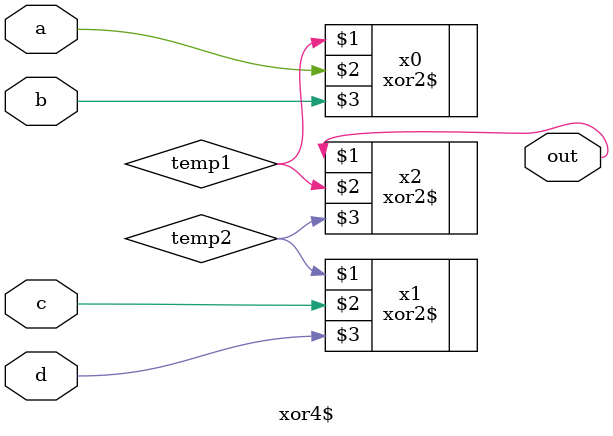
<source format=v>
module ALU_top(
    output[63:0] ALU_OUT,
    output[63:0] ALU_OUT_2,
    output swapCXC,
    output cf_out, pf_out, af_out, zf_out, sf_out, of_out, df_out,
    output cc_inval,
    input [63:0] OP1,
    input [63:0] OP2,
    input [63:0] OP3,

    input [31:0] OP1_ORIG,
    input [4:0] aluk,
    input [2:0] MUX_ADDER_IMM,
    input MUX_AND_INT,
    input MUX_SHF,
    input CMPXCHNG_P_OP,
    input BSF_P_OP,
    input STD_P_OP,
    input SAR_P_OP,
    input SAL_P_OP,

    input [1:0] size,
    //input EFLAGS
    input  af, cf, of, zf,
    input[15:0] CS,
    input[31:0] EIP
);
//CCGEN
wire zf_base; wire penc_zf;
wire cmpxchng_zf;
// assign pf_out = ALU_OUT[0];
xor4$ par0(pfx0,ALU_OUT[0],ALU_OUT[1],ALU_OUT[2],ALU_OUT[3] );
xor4$ par1(pfx1,ALU_OUT[4],ALU_OUT[5],ALU_OUT[6],ALU_OUT[7] );
xnor2$ par2(pf_out, pfx0, pfx1);
mux4$ m10(sf_out, ALU_OUT[7], ALU_OUT[15], ALU_OUT[31], ALU_OUT[63], size[0], size[1]);
orn #(64) o10 (ALU_OUT[63:0], zf_basex);
inv1$ o125(zf_base, zf_basex);
mux3$ z1(zf_out, zf_base, penc_zf, cmpxchng_zf, BSF_P_OP, CMPXCHNG_P_OP);
assign df_out = STD_P_OP;

assign ALU_OUT_2 = OP2;
//WHYHYYHY
//doflags
//aluk = 00000
wire[63:0] and_out;
wire and_of, and_cf, and_af;
assign and_of = 1'b0; assign and_cf = 1'b0; assign and_af = 1'b0;
AND_alu a1(and_out, OP1,OP2,MUX_AND_INT);

//do flags
//aluk = 00001
wire[63:0] add_out;
wire add_cf, add_of, add_af;
ADD_alu a2(add_out, add_af, add_cf, add_of, OP1, OP2, MUX_ADDER_IMM);

//do flags
//aluk = 00010
wire[63:0] penc_out;

wire penc_invalid;
wire penc_cf, penc_of, penc_af;
assign penc_cf = 0; assign penc_of = 0; assign penc_af = 0;
PENC_alu p1(penc_out, penc_zf, penc_invalid, OP1);

//aluk = 00011
wire movB_cf, movB_of, movB_af;
assign movB_cf = 0; assign movB_of = 0; assign movB_af = 0;
wire[63:0] passB;
assign passB = OP2;

//aluk = 00100
wire movA_cf, movA_of, movA_af;
assign movA_cf = 0; assign movA_of = 0; assign movA_af = 0;
wire[63:0] passA;
assign passA = OP1;

//aluk = 00101
wire cld_cf, cld_of, cld_af;
assign cld_cf = 0; assign cld_of = 0; assign cld_af = 0;
wire[63:0] pass0;
wire cld_df;
assign cld_df = 1;
assign pass0 = 64'd0;

//aluk = 00110
wire std_cf, std_of, std_af;
assign std_cf = 0; assign std_of = 0; assign std_af = 0;
wire[63:0] pass1;
wire std_df;
assign std_df = 1;
assign pass1 = 64'd1;

//do flags
//aluk = 00111
wire[63:0] cmpxchng_out;
 wire cmpxchng_af;wire cmpxchng_cf;wire cmpxchng_of;
CMPXCHNG_alu a3(cmpxchng_out, swapCXC, cmpxchng_af, cmpxchng_cf, cmpxchng_of,  cmpxchng_zf, OP1, OP2, OP3,OP1_ORIG, CMPXCHNG_P_OP);

//do parity
//aluk = 01000
wire[63:0] daa_out;
wire daa_cf;
wire daa_af;
wire daa_of; assign daa_of = 0;
DAA_alu d1(daa_out, daa_af, daa_cf, OP1, af, cf );

 //NOTA_alu
//aluk = 01001
wire not_af; assign not_af = 0;
wire not_cf; assign not_cf = 0;
wire not_of; assign not_of = 0;
wire [63:0] notA_out;
inv_n #(64) i1(notA_out, OP1);

//do flags
//aluk = 01010
wire or_af; assign or_af = 0;
wire or_cf; assign or_cf = 0;
wire or_of; assign or_of = 0;

wire[63:0] or_out;
OR_alu o1(or_out,  OP1, OP2);

//aluk = 01011
wire[63:0] paddw_out; 
PADDW_alu p2(paddw_out, OP1, OP2);

//aluk = 01100
wire[63:0] paddd_out; 
PADDD_alu p3(paddd_out, OP1, OP2);

//aluk = 01101
wire[63:0] packsswb_out;
PACKSSWB_alu p4(packsswb_out, OP1, OP2);

//aluk = 01110
wire[63:0] packssdw_out;
PACKSSDW_alu p5(packssdw_out, OP1, OP2);

//aluk = 01111
wire[63:0] punpckhbw_out;
PUNPCKHBW_alu p6 (punpckhbw_out, OP1, OP2);

//aluk = 10000
wire[63:0] punpckhw_out;
PUNPCKHW_alu p7 (punpckhw_out, OP1, OP2);

//do flags
//aluk = 10001
wire[63:0] sar_out;
wire sar_af; 
wire sar_cf; 
wire sar_of; 
wire sar_cc_val;
SAR_alu s1(sar_out,sar_af, sar_cf, sar_of, sar_cc_val, OP1, OP2, MUX_SHF, of);

//do flags
//aluk = 10010
wire[63:0] sal_out;
wire sal_af; 
wire sal_cf; 
wire sal_of; 
wire sal_cc_val;
SAL_alu s2(sal_out,sal_af, sal_cf, sal_of, sal_cc_val, OP1, OP2, MUX_SHF, of);
nand2$ o11(cc_val, sar_cc_val,SAR_P_OP );
nand2$ o12(isSHF,sal_cc_val , SAL_P_OP);
nand2$ a12(cc_inval, cc_val, isSHF);

//aluk = 10011
wire[63:0] cmovc_out;
mux2n #(64) mxCMC(cmovc_out, OP1, OP2, cf);

wire [63:0] ptr_out;


wire[31:0] alukOH;
decodern #(5) d2(aluk, alukOH); 

wire[1279:0] aluRes;
assign aluRes = {cmovc_out, sal_out, sar_out, punpckhw_out, punpckhbw_out,packssdw_out, packsswb_out, paddd_out, paddw_out, or_out,notA_out, daa_out, cmpxchng_out, pass1, pass0, passA, passB, penc_out,add_out,and_out};
muxnm_tristate #(32,64) t1(aluRes, alukOH, ALU_OUT);


wire [31:0] af_sel;
assign af_sel = {13'd0, sal_af, sar_af, 1'b0, 1'b0, 1'b0, 1'b0, 1'b0, 1'b0, or_af, not_af, daa_af, cmpxchng_af, std_af, cld_af, movA_af, movB_af, penc_af, add_af, and_af};

wire [31:0] cf_sel;
assign cf_sel = {13'd0, sal_cf, sar_cf, 1'b0, 1'b0, 1'b0, 1'b0, 1'b0, 1'b0, or_cf, not_cf, daa_cf, cmpxchng_cf, std_cf, cld_cf, movA_cf, movB_cf, penc_cf, add_cf, and_cf};

wire [31:0] of_sel;
assign of_sel = {13'd0, sal_of, sar_of, 1'b0, 1'b0, 1'b0, 1'b0, 1'b0, 1'b0, or_of, not_of, daa_of, cmpxchng_of, std_of, cld_of, movA_of, movB_of, penc_of, add_of, and_of};

muxnm_tristate #(32,1) t2(af_sel, alukOH, af_out);
muxnm_tristate #(32,1) t3(cf_sel, alukOH, cf_out);
muxnm_tristate #(32,1) t4(of_sel, alukOH, of_out);

endmodule



///////////////////////////////////////////////////////////

module SAL_alu(
    output [63:0] SAL_out,
    output sal_af,
    output sal_cf,
    output sal_of,
    output cc_val,
    input [63:0] OP1, OP2, 
    input MUX_SHF,
    input of
);
wire[31:0] shiftCnt, shiftCntN;
wire[31:0] inpCap;
//assign inpCap[31:8] = 24'h0000_00;
//assign inpCap[7:0] = OP2[7:0];
decodern #(5) d1(OP2[4:0], inpCap);
mux2n #(32) m1 (shiftCnt, inpCap, 32'd2, MUX_SHF);
wire[31:0] shf_out;
lshfn_variable #(32)  r1(OP1[31:0], shiftCnt, 1'b0, shf_out);
assign SAL_out[63:32] = 32'd0;

wire overSHF;
genvar i;

equaln #(5) e1(shiftCnt[4:0], 5'b00010, of_sel);




//genCF

inv_n #(32) iv(shiftCntN, shiftCnt);
muxnm_tristate #(32, 1) mx3({1'b0,OP1[30:0]}, shiftCntN, SAR_cf_nOF);
mux2$ mx4(sal_cf, SAR_cf_nOF, OP1[31], overSHF);

or3$ o1(overSHF, OP2[6], OP2[7], OP2[5]);
mux2$ mx1(sal_of, of, OP1[31], of_sel);
assign sal_af = 0;
//TODO: check here
mux2n #(32) mx(SAL_out[31:0], shf_out, 32'd0 ,overSHF);
equaln #(32) mx5(32'd0, shiftCnt, cc_val);

endmodule


///////////////////////////////////////////////////////////

module SAR_alu(
    output [63:0] SAR_out,
    output sar_af,
    output sar_cf,
    output sar_of,
    output cc_val,
    input [63:0] OP1, OP2, 
    input MUX_SHF,
    input of
);
wire[31:0] shiftCnt;
wire[31:0] inpCap;
//assign inpCap[31:8] = 24'h0000_00;
//assign inpCap[7:0] = OP2[7:0];
decodern #(5) d1(OP2[4:0], inpCap);
mux2n #(32) m1 (shiftCnt, inpCap, 32'd2, MUX_SHF);
wire[31:0] shf_out;
rshfn_variable #(32)  r1(OP1[31:0], shiftCnt, OP1[31], shf_out);
assign SAR_out[63:32] = 32'd0;

wire overSHF;
or3$ o1(overSHF, OP2[6], OP2[7], OP2[5]);
equaln #(5) e1(shiftCnt[4:0], 5'b00010, of_sel);

mux4n #(32) mx(SAR_out[31:0], shf_out, 32'd0 ,shf_out ,32'hFFFF_FFFF ,overSHF, OP1[31]);

//genCF
muxnm_tristate #(32, 1) mx1({OP1[30:0],1'b0}, shiftCnt, SAR_cf_nOF);
mux2$ mx2(sar_cf, SAR_cf_nOF, OP1[31], overSHF);

or3$ o2(overSHF, OP2[6], OP2[7], OP2[5]);
mux2$ mx3(sar_of,OP1[0],of, of_sel);

assign sar_af = 0;
equaln #(32) eq1(32'd0, shiftCnt, cc_val);
endmodule

///////////////////////////////////////////////////////////

module PUNPCKHW_alu(
    output [63:0] punpckhw_out,
    input [63:0] OP1, OP2
);
    assign punpckhw_out[15:0] =  OP1[47:32];
    assign punpckhw_out[31:16] = OP2[47:32];
    assign punpckhw_out[47:32] = OP1[63:48];
    assign punpckhw_out[63:48] = OP2[63:48];
    
endmodule

///////////////////////////////////////////////////////////

module PUNPCKHBW_alu(
    output [63:0] punpckhbw_out,
    input [63:0] OP1, OP2
);
    assign punpckhbw_out[7:0] = OP1[39:32];
    assign punpckhbw_out[15:8] = OP2[39:32];
    assign punpckhbw_out[23:16] = OP1[47:40];
    assign punpckhbw_out[31:24] = OP2[47:40];
    assign punpckhbw_out[39:32] = OP1[55:48];
    assign punpckhbw_out[47:40] = OP2[55:48];
    assign punpckhbw_out[55:48] = OP1[63:56];
    assign punpckhbw_out[63:56] = OP2[63:56];
endmodule

///////////////////////////////////////////////////////////

module PACKSSDW_alu(
    output [63:0] packssdw_out,
    input [63:0] OP1, OP2
);
    genvar i;
    wire[7:0] cout;
    generate 
        for(i = 0; i < 2; i = i + 1) begin : iterate
            satAdder #(16) a(packssdw_out[16*i+15:16*i],cout[i], OP1[32*i+31:32*i+16], OP1[32*i+15:32*i], 1'b0 );
            satAdder #(16) b(packssdw_out[16*i+15+32:16*i+32],cout[i+4], OP2[32*i+31:32*i+16], OP2[32*i+15:32*i], 1'b0 );
        end
    endgenerate
endmodule

///////////////////////////////////////////////////////////

module PACKSSWB_alu(
    output [63:0] packsswb_out,
    input [63:0] OP1, OP2
);
    genvar i;
    wire[7:0] cout;
    generate 
        for(i = 0; i < 4; i = i + 1) begin : iterate
            satAdder #(8) a(packsswb_out[8*i+7:8*i],cout[i], OP1[16*i+15:16*i+8], OP1[16*i+7:16*i], 1'b0 );
            satAdder #(8) b(packsswb_out[8*i+7+32:8*i+32],cout[i+4], OP2[16*i+15:16*i+8], OP2[16*i+7:16*i], 1'b0 );
        end
    endgenerate
endmodule

///////////////////////////////////////////////////////////

module PADDD_alu(
    output [63:0] paddd_out,
    input [63:0] OP1, OP2
);
    genvar i;
    wire[3:0] cout;
    generate 
        for(i = 0; i < 2; i = i + 1) begin : iterate
            kogeAdder #(32) a(paddd_out[32*i+31:32*i],cout[i], OP1[32*i+31:32*i], OP2[32*i+31:32*i], 1'b0 );
        end
    endgenerate
endmodule

///////////////////////////////////////////////////////////

module PADDW_alu(
    output [63:0] paddw_out,
    input [63:0] OP1, OP2
);
    genvar i;
    wire[3:0] cout;
    generate 
        for(i = 0; i < 4; i = i + 1) begin : iterate
            kogeAdder #(16) a(paddw_out[16*i+15:16*i],cout[i], OP1[16*i+15:16*i], OP2[16*i+15:16*i], 1'b0 );
        end
    endgenerate
endmodule

///////////////////////////////////////////////////////////

module OR_alu(
    output[63:0] or_out,
    
    input [63:0] OP1, OP2
);
 genvar i;
 generate
    for(i = 0; i < 64; i = i + 1) begin : ord
        or2$ o1(or_out[i], OP1[i], OP2[i]);
    end
 endgenerate

endmodule


////////////////////////////////////////////////////////////

module DAA_alu(
    output [63:0] daa_out,
    output daa_af, daa_cf,
    input [63:0] OP1,
    input af, cf
);

//Perform AL&x0F > 9
or3$ o1(grt9, OP1[0], OP1[1], OP1[2]);
and2$ a1(isGreat, grt9, OP1[3]);
or2$ o2(daa_af, af, isGreat);

//Handle fist if satement
wire[7:0] inc6;
wire cout6;
kogeAdder #(8) k1(inc6, cout6, OP1[7:0], 8'd6, 1'b0);
wire[7:0] newAL;
mux2n #(8) m1(newAL, OP1[7:0], inc6, daa_af);

//Handle second if statement
wire AGB, BGA, cout60;
wire[7:0] inc60;
mag_comp8$ m2(newAL, 8'h99, AGB, BGA);
kogeAdder #(8) k2(inc60, cout60, newAL, 8'h60, 1'b0);
or2$ o3(mux2, cf, AGB);

mux2n #(8) m3(daa_out[7:0], newAL, inc60, mux2);
assign daa_out[63:8] = 56'd0;

//compute CF
and2$ a4(cf_firstIF, daa_af, cout6);
or2$ o4 (daa_cf, cf, mux2 );

endmodule


/////////////////////////////////////////////////////////////////////////////

module CMPXCHNG_alu(
    output[63:0] cmpxchng_out,
    output swap,
    output cmpxchng_af,
    output cmpxchng_cf,
    output cmpxchng_of,
    output cmpxchng_zf,
    input [63:0] OP1, OP2, OP3,
    input [31:0] op1_orig,
    input cmpxchng_p_op

);
 
    wire isCMPXCHNG;
    wire op1_EQ_op3;
    equaln #(32) e1(OP1[31:0], OP3[31:0], op1_EQ_op3);
    // wire[4:0] alukProper;
       assign cmpxchng_zf = op1_EQ_op3;
    // inv_n #(2) in1(alukProper[4:3], aluk[4:3]);
    // assign alukProper[2:0] = aluk[2:0];
    
    wire[31:0] mux1_out;
    mux2n #(32) m1(mux1_out, 32'd0, op1_orig, op1_EQ_op3);
   
   and2$ andx(swap, op1_EQ_op3, cmpxchng_p_op);
   
    // mux2n #(32) m2(/*op1_dest*/, op1_orig, mux1_out, cmpxchng_p_op);   
    mux2n #(64) m3(cmpxchng_out, OP1, OP2, op1_EQ_op3);
   
    wire[31:0] not2;
    inv_n #(32) in1(not2, OP2[31:0]);
    wire[31:0] incB;
    wire[31:0] adderResult;
    kogeAdder #(32) a1(adderResult, cmpxchng_cf, OP1[31:0],not2 , 1'b1);
    kogeAdder #(32) a2(incB, COUT2, 32'd0,not2 , 1'b1);
    
    wire[3:0] adder_af;
    kogeAdder #(4) a3(adder_af, nulls, incB[7:4], OP1[7:4], 1'b0);
    equaln #(4) e2(adder_af[3:0], adderResult[7:4], af_outn);
    inv1$ i1(af_out, af_outn);
    
    wire uf, of;
    calcSat cs1(of, uf, OP1[31], incB[31], adderResult[31]);
    or2$ o1(of_out, of, uf);

endmodule

/////////////////////////////////////////////

module PENC_alu(
    output [63:0] penc_out,
    output invalid,
    output penc_zf,
    input [63:0] penc_in
);
wire[4:0] penc_val;
wire penc_valid;

pencoder32_5 p1(penc_val, penc_valid, penc_in[31:0]);

inv1$ n1(invalid, penc_valid);
assign penc_zf = invalid;
assign penc_out = {59'd0,penc_val};

endmodule

////////////////////////////////////////////

module AND_alu(
    output[63:0] AND_ALU_OUT,
    input [63:0] OP1, OP2,
    input MUX_ADDER_INT
);
    wire[63:0] clear_high;
    assign clear_high = 64'h0000_0000_0000_FFFF;
    wire[63:0] mux_out;
    mux2n #(64) m1(mux_out,OP2, clear_high, MUX_ADDER_INT);
    and2n #(64) a1(AND_ALU_OUT, OP1, mux_out);
endmodule

////////////////////////////////////////////////

module ADD_alu(
    output[63:0] ADD_ALU_OUT,
    output af_out,
    output cf_out,
    output of_out,
    input[63:0] OP1, OP2,
    input[2:0] MUX_ADDER_IMM
);
    wire [31:0] mux_res;
    wire[31:0] adderResult;
    wire[3:0] adder_af;
    wire nulls;
    //mux8_n #(32) m1(mux_res, OP2[31:0], 32'd2, 32'd4, 0, 32'd6, 32'hFFFF_FFFE, 32'hFFFF_FFFC, 0, MUX_ADDER_IMM[0],MUX_ADDER_IMM[1], MUX_ADDER_IMM[2]);
    kogeAdder #(32) a1(adderResult, cf_out, OP1[31:0], OP2[31:0], 1'b0);
    
    kogeAdder #(4) a2(adder_af, nulls, OP2[7:4], OP1[7:4], 1'b0);
    equaln #(4) e1(adder_af[3:0], adderResult[7:4], af_outn);
    inv1$ i1(af_out, af_outn);
    
    wire uf, of;
    calcSat cs1(of, uf, OP1[31], mux_res[31], adderResult[31]);
    or2$ o1(of_out, of, uf);
    
    assign ADD_ALU_OUT[63:32] = 32'd0;
    assign ADD_ALU_OUT[31:0] = adderResult[31:0];

endmodule


/////////////////////////////////////////////
 

/////////////////////////////////////////
module and2n #(parameter DATA_WIDTH = 32)(
    output [DATA_WIDTH-1:0] OUT,
    input [DATA_WIDTH-1:0] A,B
    
);

genvar i;
generate
    for(i = 0; i < DATA_WIDTH; i=i+1) begin : nmux
        and2$ m(OUT[i], A[i], B[i]);
    end
endgenerate

endmodule 

module parityGen #(parameter WIDTH = 32) (
    output pf,
    input [WIDTH-1:0] OP
);
if(WIDTH == 4)begin 
    par4 p1(pf, OP);
end
else if(WIDTH==8) begin
    par8 p2(pf, OP);
end

else if(WIDTH==16) begin
    par16 p3(pf, OP);
end

else if(WIDTH==32) begin
    par32 p4(pf, OP);
end

endmodule

//////////////////////////////////////////


module par4(
    output pf,
    input[3:0] OP
);

    xor4$ x1(pf, OP[3], OP[2], OP[1], OP[0]);    

endmodule 

//////////////////////////////////////////

module par8(
    output pf,
    input[7:0] OP
);
wire [3:0] x1;
genvar i;
generate
    for(i = 0; i < 4; i= i + 1) begin : xor1
        xor2$ x(x1[i], OP[2*i], OP[2*i+1]);
    end
endgenerate 
xor4$ x2(pf, x1[0], x1[2], x1[3],x1[1]);
endmodule 

//////////////////////////////////////////

module par16(
    output pf,
    input[15:0] OP
);
    genvar i;
    wire [3:0] x1;
    generate
        for(i = 0; i < 4; i= i + 1) begin : xor1
            xor4$ x(x1[i], OP[4*i], OP[4*i+1], OP[4*i+2], OP[4*i+3]);
        end
    endgenerate
    xor4$ x2(pf, x1[0], x1[2], x1[3],x1[1]);
endmodule 

//////////////////////////////////////////

module par32(
    output pf,
    input[31:0] OP
);
    genvar i;
    wire [7:0] x1;
    generate
        for(i = 0; i < 8; i= i + 1) begin : xor1
            xor4$ x(x1[i], OP[4*i], OP[4*i+1], OP[4*i+2], OP[4*i+3]);
        end
    endgenerate
    xor4$ x4(pf1, x1[0], x1[2], x1[3],x1[1]);
    xor4$ x5(pf2, x1[4], x1[5], x1[6],x1[7]);
    xor2$ x6(pf, pf1, pf2);
endmodule 

module xor4$(output out, input a, input b, input c, input d);
    xor2$ x0(temp1, a, b);
    xor2$ x1(temp2, c, d);
    xor2$ x2(out, temp1, temp2);
endmodule
</source>
